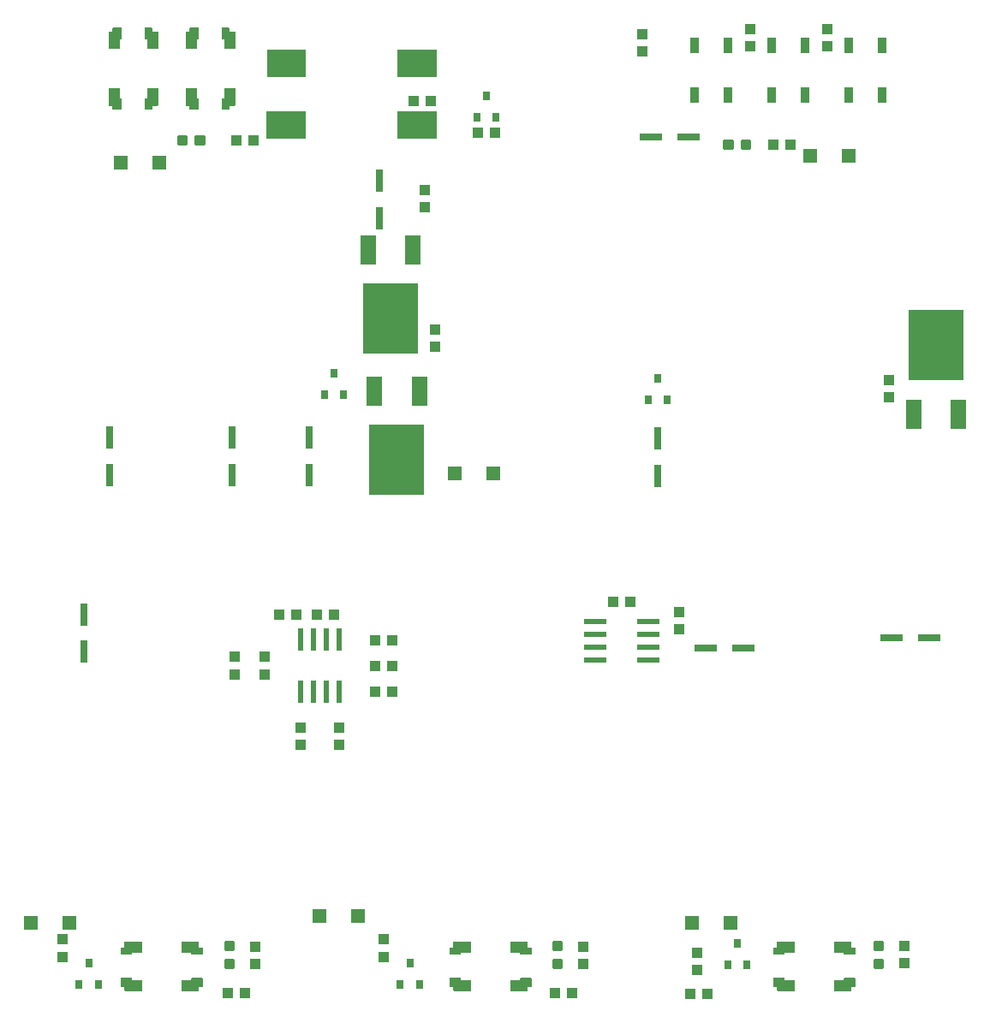
<source format=gbr>
G04 EAGLE Gerber RS-274X export*
G75*
%MOMM*%
%FSLAX34Y34*%
%LPD*%
%INSolderpaste Top*%
%IPPOS*%
%AMOC8*
5,1,8,0,0,1.08239X$1,22.5*%
G01*
%ADD10R,1.485900X2.799081*%
%ADD11R,2.400000X2.800000*%
%ADD12R,1.000000X1.100000*%
%ADD13R,0.650000X2.200000*%
%ADD14R,2.200000X0.650000*%
%ADD15R,1.400000X1.400000*%
%ADD16C,0.300000*%
%ADD17R,1.100000X1.000000*%
%ADD18R,0.900000X1.500000*%
%ADD19R,0.800000X0.900000*%
%ADD20R,2.209800X0.609600*%
%ADD21R,0.609600X2.209800*%
%ADD22R,0.700000X1.000000*%
%ADD23R,1.000000X0.700000*%
%ADD24R,5.451600X7.000000*%
%ADD25R,1.600200X2.997200*%

G36*
X201965Y952827D02*
X201965Y952827D01*
X202031Y952829D01*
X202074Y952847D01*
X202121Y952855D01*
X202178Y952889D01*
X202238Y952914D01*
X202273Y952945D01*
X202314Y952970D01*
X202356Y953021D01*
X202404Y953065D01*
X202426Y953107D01*
X202455Y953144D01*
X202476Y953206D01*
X202507Y953265D01*
X202515Y953319D01*
X202527Y953356D01*
X202526Y953396D01*
X202534Y953450D01*
X202534Y962816D01*
X203900Y962816D01*
X203965Y962827D01*
X204031Y962829D01*
X204074Y962847D01*
X204121Y962855D01*
X204178Y962889D01*
X204238Y962914D01*
X204273Y962945D01*
X204314Y962970D01*
X204356Y963021D01*
X204404Y963065D01*
X204426Y963107D01*
X204455Y963144D01*
X204476Y963206D01*
X204507Y963265D01*
X204515Y963319D01*
X204527Y963356D01*
X204526Y963396D01*
X204534Y963450D01*
X204534Y973450D01*
X204523Y973515D01*
X204521Y973581D01*
X204503Y973624D01*
X204495Y973671D01*
X204461Y973728D01*
X204436Y973788D01*
X204405Y973823D01*
X204380Y973864D01*
X204329Y973906D01*
X204285Y973954D01*
X204243Y973976D01*
X204206Y974005D01*
X204144Y974026D01*
X204085Y974057D01*
X204031Y974065D01*
X203994Y974077D01*
X203954Y974076D01*
X203900Y974084D01*
X195900Y974084D01*
X195835Y974073D01*
X195769Y974071D01*
X195726Y974053D01*
X195679Y974045D01*
X195622Y974011D01*
X195562Y973986D01*
X195527Y973955D01*
X195486Y973930D01*
X195445Y973879D01*
X195396Y973835D01*
X195374Y973793D01*
X195345Y973756D01*
X195324Y973694D01*
X195293Y973635D01*
X195285Y973581D01*
X195273Y973544D01*
X195274Y973504D01*
X195266Y973450D01*
X195266Y970084D01*
X191900Y970084D01*
X191835Y970073D01*
X191769Y970071D01*
X191726Y970053D01*
X191679Y970045D01*
X191622Y970011D01*
X191562Y969986D01*
X191527Y969955D01*
X191486Y969930D01*
X191445Y969879D01*
X191396Y969835D01*
X191374Y969793D01*
X191345Y969756D01*
X191324Y969694D01*
X191293Y969635D01*
X191285Y969581D01*
X191273Y969544D01*
X191274Y969504D01*
X191266Y969450D01*
X191266Y953450D01*
X191277Y953385D01*
X191279Y953319D01*
X191297Y953276D01*
X191305Y953229D01*
X191339Y953172D01*
X191364Y953112D01*
X191395Y953077D01*
X191420Y953036D01*
X191471Y952995D01*
X191515Y952946D01*
X191557Y952924D01*
X191594Y952895D01*
X191656Y952874D01*
X191715Y952843D01*
X191769Y952835D01*
X191806Y952823D01*
X191846Y952824D01*
X191900Y952816D01*
X201900Y952816D01*
X201965Y952827D01*
G37*
G36*
X125765Y952827D02*
X125765Y952827D01*
X125831Y952829D01*
X125874Y952847D01*
X125921Y952855D01*
X125978Y952889D01*
X126038Y952914D01*
X126073Y952945D01*
X126114Y952970D01*
X126156Y953021D01*
X126204Y953065D01*
X126226Y953107D01*
X126255Y953144D01*
X126276Y953206D01*
X126307Y953265D01*
X126315Y953319D01*
X126327Y953356D01*
X126326Y953396D01*
X126334Y953450D01*
X126334Y962816D01*
X127700Y962816D01*
X127765Y962827D01*
X127831Y962829D01*
X127874Y962847D01*
X127921Y962855D01*
X127978Y962889D01*
X128038Y962914D01*
X128073Y962945D01*
X128114Y962970D01*
X128156Y963021D01*
X128204Y963065D01*
X128226Y963107D01*
X128255Y963144D01*
X128276Y963206D01*
X128307Y963265D01*
X128315Y963319D01*
X128327Y963356D01*
X128326Y963396D01*
X128334Y963450D01*
X128334Y973450D01*
X128323Y973515D01*
X128321Y973581D01*
X128303Y973624D01*
X128295Y973671D01*
X128261Y973728D01*
X128236Y973788D01*
X128205Y973823D01*
X128180Y973864D01*
X128129Y973906D01*
X128085Y973954D01*
X128043Y973976D01*
X128006Y974005D01*
X127944Y974026D01*
X127885Y974057D01*
X127831Y974065D01*
X127794Y974077D01*
X127754Y974076D01*
X127700Y974084D01*
X119700Y974084D01*
X119635Y974073D01*
X119569Y974071D01*
X119526Y974053D01*
X119479Y974045D01*
X119422Y974011D01*
X119362Y973986D01*
X119327Y973955D01*
X119286Y973930D01*
X119245Y973879D01*
X119196Y973835D01*
X119174Y973793D01*
X119145Y973756D01*
X119124Y973694D01*
X119093Y973635D01*
X119085Y973581D01*
X119073Y973544D01*
X119074Y973504D01*
X119066Y973450D01*
X119066Y970084D01*
X115700Y970084D01*
X115635Y970073D01*
X115569Y970071D01*
X115526Y970053D01*
X115479Y970045D01*
X115422Y970011D01*
X115362Y969986D01*
X115327Y969955D01*
X115286Y969930D01*
X115245Y969879D01*
X115196Y969835D01*
X115174Y969793D01*
X115145Y969756D01*
X115124Y969694D01*
X115093Y969635D01*
X115085Y969581D01*
X115073Y969544D01*
X115074Y969504D01*
X115066Y969450D01*
X115066Y953450D01*
X115077Y953385D01*
X115079Y953319D01*
X115097Y953276D01*
X115105Y953229D01*
X115139Y953172D01*
X115164Y953112D01*
X115195Y953077D01*
X115220Y953036D01*
X115271Y952995D01*
X115315Y952946D01*
X115357Y952924D01*
X115394Y952895D01*
X115456Y952874D01*
X115515Y952843D01*
X115569Y952835D01*
X115606Y952823D01*
X115646Y952824D01*
X115700Y952816D01*
X125700Y952816D01*
X125765Y952827D01*
G37*
G36*
X203965Y892827D02*
X203965Y892827D01*
X204031Y892829D01*
X204074Y892847D01*
X204121Y892855D01*
X204178Y892889D01*
X204238Y892914D01*
X204273Y892945D01*
X204314Y892970D01*
X204356Y893021D01*
X204404Y893065D01*
X204426Y893107D01*
X204455Y893144D01*
X204476Y893206D01*
X204507Y893265D01*
X204515Y893319D01*
X204527Y893356D01*
X204526Y893396D01*
X204534Y893450D01*
X204534Y903450D01*
X204523Y903515D01*
X204521Y903581D01*
X204503Y903624D01*
X204495Y903671D01*
X204461Y903728D01*
X204436Y903788D01*
X204405Y903823D01*
X204380Y903864D01*
X204329Y903906D01*
X204285Y903954D01*
X204243Y903976D01*
X204206Y904005D01*
X204144Y904026D01*
X204085Y904057D01*
X204031Y904065D01*
X203994Y904077D01*
X203954Y904076D01*
X203900Y904084D01*
X202534Y904084D01*
X202534Y913450D01*
X202523Y913515D01*
X202521Y913581D01*
X202503Y913624D01*
X202495Y913671D01*
X202461Y913728D01*
X202436Y913788D01*
X202405Y913823D01*
X202380Y913864D01*
X202329Y913906D01*
X202285Y913954D01*
X202243Y913976D01*
X202206Y914005D01*
X202144Y914026D01*
X202085Y914057D01*
X202031Y914065D01*
X201994Y914077D01*
X201954Y914076D01*
X201900Y914084D01*
X191900Y914084D01*
X191835Y914073D01*
X191769Y914071D01*
X191726Y914053D01*
X191679Y914045D01*
X191622Y914011D01*
X191562Y913986D01*
X191527Y913955D01*
X191486Y913930D01*
X191445Y913879D01*
X191396Y913835D01*
X191374Y913793D01*
X191345Y913756D01*
X191324Y913694D01*
X191293Y913635D01*
X191285Y913581D01*
X191273Y913544D01*
X191274Y913504D01*
X191266Y913450D01*
X191266Y897450D01*
X191277Y897385D01*
X191279Y897319D01*
X191297Y897276D01*
X191305Y897229D01*
X191339Y897172D01*
X191364Y897112D01*
X191395Y897077D01*
X191420Y897036D01*
X191471Y896995D01*
X191515Y896946D01*
X191557Y896924D01*
X191594Y896895D01*
X191656Y896874D01*
X191715Y896843D01*
X191769Y896835D01*
X191806Y896823D01*
X191846Y896824D01*
X191900Y896816D01*
X195266Y896816D01*
X195266Y893450D01*
X195277Y893385D01*
X195279Y893319D01*
X195297Y893276D01*
X195305Y893229D01*
X195339Y893172D01*
X195364Y893112D01*
X195395Y893077D01*
X195420Y893036D01*
X195471Y892995D01*
X195515Y892946D01*
X195557Y892924D01*
X195594Y892895D01*
X195656Y892874D01*
X195715Y892843D01*
X195769Y892835D01*
X195806Y892823D01*
X195846Y892824D01*
X195900Y892816D01*
X203900Y892816D01*
X203965Y892827D01*
G37*
G36*
X127765Y892827D02*
X127765Y892827D01*
X127831Y892829D01*
X127874Y892847D01*
X127921Y892855D01*
X127978Y892889D01*
X128038Y892914D01*
X128073Y892945D01*
X128114Y892970D01*
X128156Y893021D01*
X128204Y893065D01*
X128226Y893107D01*
X128255Y893144D01*
X128276Y893206D01*
X128307Y893265D01*
X128315Y893319D01*
X128327Y893356D01*
X128326Y893396D01*
X128334Y893450D01*
X128334Y903450D01*
X128323Y903515D01*
X128321Y903581D01*
X128303Y903624D01*
X128295Y903671D01*
X128261Y903728D01*
X128236Y903788D01*
X128205Y903823D01*
X128180Y903864D01*
X128129Y903906D01*
X128085Y903954D01*
X128043Y903976D01*
X128006Y904005D01*
X127944Y904026D01*
X127885Y904057D01*
X127831Y904065D01*
X127794Y904077D01*
X127754Y904076D01*
X127700Y904084D01*
X126334Y904084D01*
X126334Y913450D01*
X126323Y913515D01*
X126321Y913581D01*
X126303Y913624D01*
X126295Y913671D01*
X126261Y913728D01*
X126236Y913788D01*
X126205Y913823D01*
X126180Y913864D01*
X126129Y913906D01*
X126085Y913954D01*
X126043Y913976D01*
X126006Y914005D01*
X125944Y914026D01*
X125885Y914057D01*
X125831Y914065D01*
X125794Y914077D01*
X125754Y914076D01*
X125700Y914084D01*
X115700Y914084D01*
X115635Y914073D01*
X115569Y914071D01*
X115526Y914053D01*
X115479Y914045D01*
X115422Y914011D01*
X115362Y913986D01*
X115327Y913955D01*
X115286Y913930D01*
X115245Y913879D01*
X115196Y913835D01*
X115174Y913793D01*
X115145Y913756D01*
X115124Y913694D01*
X115093Y913635D01*
X115085Y913581D01*
X115073Y913544D01*
X115074Y913504D01*
X115066Y913450D01*
X115066Y897450D01*
X115077Y897385D01*
X115079Y897319D01*
X115097Y897276D01*
X115105Y897229D01*
X115139Y897172D01*
X115164Y897112D01*
X115195Y897077D01*
X115220Y897036D01*
X115271Y896995D01*
X115315Y896946D01*
X115357Y896924D01*
X115394Y896895D01*
X115456Y896874D01*
X115515Y896843D01*
X115569Y896835D01*
X115606Y896823D01*
X115646Y896824D01*
X115700Y896816D01*
X119066Y896816D01*
X119066Y893450D01*
X119077Y893385D01*
X119079Y893319D01*
X119097Y893276D01*
X119105Y893229D01*
X119139Y893172D01*
X119164Y893112D01*
X119195Y893077D01*
X119220Y893036D01*
X119271Y892995D01*
X119315Y892946D01*
X119357Y892924D01*
X119394Y892895D01*
X119456Y892874D01*
X119515Y892843D01*
X119569Y892835D01*
X119606Y892823D01*
X119646Y892824D01*
X119700Y892816D01*
X127700Y892816D01*
X127765Y892827D01*
G37*
G36*
X472825Y21097D02*
X472825Y21097D01*
X472891Y21099D01*
X472934Y21117D01*
X472981Y21125D01*
X473038Y21159D01*
X473098Y21184D01*
X473133Y21215D01*
X473174Y21240D01*
X473216Y21291D01*
X473264Y21335D01*
X473286Y21377D01*
X473315Y21414D01*
X473336Y21476D01*
X473367Y21535D01*
X473375Y21589D01*
X473387Y21626D01*
X473386Y21666D01*
X473394Y21720D01*
X473394Y31720D01*
X473383Y31785D01*
X473381Y31851D01*
X473363Y31894D01*
X473355Y31941D01*
X473321Y31998D01*
X473296Y32058D01*
X473265Y32093D01*
X473240Y32134D01*
X473189Y32176D01*
X473145Y32224D01*
X473103Y32246D01*
X473066Y32275D01*
X473004Y32296D01*
X472945Y32327D01*
X472891Y32335D01*
X472854Y32347D01*
X472814Y32346D01*
X472760Y32354D01*
X463394Y32354D01*
X463394Y33720D01*
X463383Y33785D01*
X463381Y33851D01*
X463363Y33894D01*
X463355Y33941D01*
X463321Y33998D01*
X463296Y34058D01*
X463265Y34093D01*
X463240Y34134D01*
X463189Y34176D01*
X463145Y34224D01*
X463103Y34246D01*
X463066Y34275D01*
X463004Y34296D01*
X462945Y34327D01*
X462891Y34335D01*
X462854Y34347D01*
X462814Y34346D01*
X462760Y34354D01*
X452760Y34354D01*
X452695Y34343D01*
X452629Y34341D01*
X452586Y34323D01*
X452539Y34315D01*
X452482Y34281D01*
X452422Y34256D01*
X452387Y34225D01*
X452346Y34200D01*
X452305Y34149D01*
X452256Y34105D01*
X452234Y34063D01*
X452205Y34026D01*
X452184Y33964D01*
X452153Y33905D01*
X452145Y33851D01*
X452133Y33814D01*
X452134Y33774D01*
X452126Y33720D01*
X452126Y25720D01*
X452137Y25655D01*
X452139Y25589D01*
X452157Y25546D01*
X452165Y25499D01*
X452199Y25442D01*
X452224Y25382D01*
X452255Y25347D01*
X452280Y25306D01*
X452331Y25265D01*
X452375Y25216D01*
X452417Y25194D01*
X452454Y25165D01*
X452516Y25144D01*
X452575Y25113D01*
X452629Y25105D01*
X452666Y25093D01*
X452706Y25094D01*
X452760Y25086D01*
X456126Y25086D01*
X456126Y21720D01*
X456137Y21655D01*
X456139Y21589D01*
X456157Y21546D01*
X456165Y21499D01*
X456199Y21442D01*
X456224Y21382D01*
X456255Y21347D01*
X456280Y21306D01*
X456331Y21265D01*
X456375Y21216D01*
X456417Y21194D01*
X456454Y21165D01*
X456516Y21144D01*
X456575Y21113D01*
X456629Y21105D01*
X456666Y21093D01*
X456706Y21094D01*
X456760Y21086D01*
X472760Y21086D01*
X472825Y21097D01*
G37*
G36*
X203705Y21097D02*
X203705Y21097D01*
X203771Y21099D01*
X203814Y21117D01*
X203861Y21125D01*
X203918Y21159D01*
X203978Y21184D01*
X204013Y21215D01*
X204054Y21240D01*
X204096Y21291D01*
X204144Y21335D01*
X204166Y21377D01*
X204195Y21414D01*
X204216Y21476D01*
X204247Y21535D01*
X204255Y21589D01*
X204267Y21626D01*
X204266Y21666D01*
X204274Y21720D01*
X204274Y25086D01*
X207640Y25086D01*
X207705Y25097D01*
X207771Y25099D01*
X207814Y25117D01*
X207861Y25125D01*
X207918Y25159D01*
X207978Y25184D01*
X208013Y25215D01*
X208054Y25240D01*
X208096Y25291D01*
X208144Y25335D01*
X208166Y25377D01*
X208195Y25414D01*
X208216Y25476D01*
X208247Y25535D01*
X208255Y25589D01*
X208267Y25626D01*
X208266Y25666D01*
X208274Y25720D01*
X208274Y33720D01*
X208263Y33785D01*
X208261Y33851D01*
X208243Y33894D01*
X208235Y33941D01*
X208201Y33998D01*
X208176Y34058D01*
X208145Y34093D01*
X208120Y34134D01*
X208069Y34176D01*
X208025Y34224D01*
X207983Y34246D01*
X207946Y34275D01*
X207884Y34296D01*
X207825Y34327D01*
X207771Y34335D01*
X207734Y34347D01*
X207694Y34346D01*
X207640Y34354D01*
X197640Y34354D01*
X197575Y34343D01*
X197509Y34341D01*
X197466Y34323D01*
X197419Y34315D01*
X197362Y34281D01*
X197302Y34256D01*
X197267Y34225D01*
X197226Y34200D01*
X197185Y34149D01*
X197136Y34105D01*
X197114Y34063D01*
X197085Y34026D01*
X197064Y33964D01*
X197033Y33905D01*
X197025Y33851D01*
X197013Y33814D01*
X197014Y33774D01*
X197006Y33720D01*
X197006Y32354D01*
X187640Y32354D01*
X187575Y32343D01*
X187509Y32341D01*
X187466Y32323D01*
X187419Y32315D01*
X187362Y32281D01*
X187302Y32256D01*
X187267Y32225D01*
X187226Y32200D01*
X187185Y32149D01*
X187136Y32105D01*
X187114Y32063D01*
X187085Y32026D01*
X187064Y31964D01*
X187033Y31905D01*
X187025Y31851D01*
X187013Y31814D01*
X187014Y31774D01*
X187006Y31720D01*
X187006Y21720D01*
X187017Y21655D01*
X187019Y21589D01*
X187037Y21546D01*
X187045Y21499D01*
X187079Y21442D01*
X187104Y21382D01*
X187135Y21347D01*
X187160Y21306D01*
X187211Y21265D01*
X187255Y21216D01*
X187297Y21194D01*
X187334Y21165D01*
X187396Y21144D01*
X187455Y21113D01*
X187509Y21105D01*
X187546Y21093D01*
X187586Y21094D01*
X187640Y21086D01*
X203640Y21086D01*
X203705Y21097D01*
G37*
G36*
X528825Y21097D02*
X528825Y21097D01*
X528891Y21099D01*
X528934Y21117D01*
X528981Y21125D01*
X529038Y21159D01*
X529098Y21184D01*
X529133Y21215D01*
X529174Y21240D01*
X529216Y21291D01*
X529264Y21335D01*
X529286Y21377D01*
X529315Y21414D01*
X529336Y21476D01*
X529367Y21535D01*
X529375Y21589D01*
X529387Y21626D01*
X529386Y21666D01*
X529394Y21720D01*
X529394Y25086D01*
X532760Y25086D01*
X532825Y25097D01*
X532891Y25099D01*
X532934Y25117D01*
X532981Y25125D01*
X533038Y25159D01*
X533098Y25184D01*
X533133Y25215D01*
X533174Y25240D01*
X533216Y25291D01*
X533264Y25335D01*
X533286Y25377D01*
X533315Y25414D01*
X533336Y25476D01*
X533367Y25535D01*
X533375Y25589D01*
X533387Y25626D01*
X533386Y25666D01*
X533394Y25720D01*
X533394Y33720D01*
X533383Y33785D01*
X533381Y33851D01*
X533363Y33894D01*
X533355Y33941D01*
X533321Y33998D01*
X533296Y34058D01*
X533265Y34093D01*
X533240Y34134D01*
X533189Y34176D01*
X533145Y34224D01*
X533103Y34246D01*
X533066Y34275D01*
X533004Y34296D01*
X532945Y34327D01*
X532891Y34335D01*
X532854Y34347D01*
X532814Y34346D01*
X532760Y34354D01*
X522760Y34354D01*
X522695Y34343D01*
X522629Y34341D01*
X522586Y34323D01*
X522539Y34315D01*
X522482Y34281D01*
X522422Y34256D01*
X522387Y34225D01*
X522346Y34200D01*
X522305Y34149D01*
X522256Y34105D01*
X522234Y34063D01*
X522205Y34026D01*
X522184Y33964D01*
X522153Y33905D01*
X522145Y33851D01*
X522133Y33814D01*
X522134Y33774D01*
X522126Y33720D01*
X522126Y32354D01*
X512760Y32354D01*
X512695Y32343D01*
X512629Y32341D01*
X512586Y32323D01*
X512539Y32315D01*
X512482Y32281D01*
X512422Y32256D01*
X512387Y32225D01*
X512346Y32200D01*
X512305Y32149D01*
X512256Y32105D01*
X512234Y32063D01*
X512205Y32026D01*
X512184Y31964D01*
X512153Y31905D01*
X512145Y31851D01*
X512133Y31814D01*
X512134Y31774D01*
X512126Y31720D01*
X512126Y21720D01*
X512137Y21655D01*
X512139Y21589D01*
X512157Y21546D01*
X512165Y21499D01*
X512199Y21442D01*
X512224Y21382D01*
X512255Y21347D01*
X512280Y21306D01*
X512331Y21265D01*
X512375Y21216D01*
X512417Y21194D01*
X512454Y21165D01*
X512516Y21144D01*
X512575Y21113D01*
X512629Y21105D01*
X512666Y21093D01*
X512706Y21094D01*
X512760Y21086D01*
X528760Y21086D01*
X528825Y21097D01*
G37*
G36*
X792865Y21097D02*
X792865Y21097D01*
X792931Y21099D01*
X792974Y21117D01*
X793021Y21125D01*
X793078Y21159D01*
X793138Y21184D01*
X793173Y21215D01*
X793214Y21240D01*
X793256Y21291D01*
X793304Y21335D01*
X793326Y21377D01*
X793355Y21414D01*
X793376Y21476D01*
X793407Y21535D01*
X793415Y21589D01*
X793427Y21626D01*
X793426Y21666D01*
X793434Y21720D01*
X793434Y31720D01*
X793423Y31785D01*
X793421Y31851D01*
X793403Y31894D01*
X793395Y31941D01*
X793361Y31998D01*
X793336Y32058D01*
X793305Y32093D01*
X793280Y32134D01*
X793229Y32176D01*
X793185Y32224D01*
X793143Y32246D01*
X793106Y32275D01*
X793044Y32296D01*
X792985Y32327D01*
X792931Y32335D01*
X792894Y32347D01*
X792854Y32346D01*
X792800Y32354D01*
X783434Y32354D01*
X783434Y33720D01*
X783423Y33785D01*
X783421Y33851D01*
X783403Y33894D01*
X783395Y33941D01*
X783361Y33998D01*
X783336Y34058D01*
X783305Y34093D01*
X783280Y34134D01*
X783229Y34176D01*
X783185Y34224D01*
X783143Y34246D01*
X783106Y34275D01*
X783044Y34296D01*
X782985Y34327D01*
X782931Y34335D01*
X782894Y34347D01*
X782854Y34346D01*
X782800Y34354D01*
X772800Y34354D01*
X772735Y34343D01*
X772669Y34341D01*
X772626Y34323D01*
X772579Y34315D01*
X772522Y34281D01*
X772462Y34256D01*
X772427Y34225D01*
X772386Y34200D01*
X772345Y34149D01*
X772296Y34105D01*
X772274Y34063D01*
X772245Y34026D01*
X772224Y33964D01*
X772193Y33905D01*
X772185Y33851D01*
X772173Y33814D01*
X772174Y33774D01*
X772166Y33720D01*
X772166Y25720D01*
X772177Y25655D01*
X772179Y25589D01*
X772197Y25546D01*
X772205Y25499D01*
X772239Y25442D01*
X772264Y25382D01*
X772295Y25347D01*
X772320Y25306D01*
X772371Y25265D01*
X772415Y25216D01*
X772457Y25194D01*
X772494Y25165D01*
X772556Y25144D01*
X772615Y25113D01*
X772669Y25105D01*
X772706Y25093D01*
X772746Y25094D01*
X772800Y25086D01*
X776166Y25086D01*
X776166Y21720D01*
X776177Y21655D01*
X776179Y21589D01*
X776197Y21546D01*
X776205Y21499D01*
X776239Y21442D01*
X776264Y21382D01*
X776295Y21347D01*
X776320Y21306D01*
X776371Y21265D01*
X776415Y21216D01*
X776457Y21194D01*
X776494Y21165D01*
X776556Y21144D01*
X776615Y21113D01*
X776669Y21105D01*
X776706Y21093D01*
X776746Y21094D01*
X776800Y21086D01*
X792800Y21086D01*
X792865Y21097D01*
G37*
G36*
X848865Y21097D02*
X848865Y21097D01*
X848931Y21099D01*
X848974Y21117D01*
X849021Y21125D01*
X849078Y21159D01*
X849138Y21184D01*
X849173Y21215D01*
X849214Y21240D01*
X849256Y21291D01*
X849304Y21335D01*
X849326Y21377D01*
X849355Y21414D01*
X849376Y21476D01*
X849407Y21535D01*
X849415Y21589D01*
X849427Y21626D01*
X849426Y21666D01*
X849434Y21720D01*
X849434Y25086D01*
X852800Y25086D01*
X852865Y25097D01*
X852931Y25099D01*
X852974Y25117D01*
X853021Y25125D01*
X853078Y25159D01*
X853138Y25184D01*
X853173Y25215D01*
X853214Y25240D01*
X853256Y25291D01*
X853304Y25335D01*
X853326Y25377D01*
X853355Y25414D01*
X853376Y25476D01*
X853407Y25535D01*
X853415Y25589D01*
X853427Y25626D01*
X853426Y25666D01*
X853434Y25720D01*
X853434Y33720D01*
X853423Y33785D01*
X853421Y33851D01*
X853403Y33894D01*
X853395Y33941D01*
X853361Y33998D01*
X853336Y34058D01*
X853305Y34093D01*
X853280Y34134D01*
X853229Y34176D01*
X853185Y34224D01*
X853143Y34246D01*
X853106Y34275D01*
X853044Y34296D01*
X852985Y34327D01*
X852931Y34335D01*
X852894Y34347D01*
X852854Y34346D01*
X852800Y34354D01*
X842800Y34354D01*
X842735Y34343D01*
X842669Y34341D01*
X842626Y34323D01*
X842579Y34315D01*
X842522Y34281D01*
X842462Y34256D01*
X842427Y34225D01*
X842386Y34200D01*
X842345Y34149D01*
X842296Y34105D01*
X842274Y34063D01*
X842245Y34026D01*
X842224Y33964D01*
X842193Y33905D01*
X842185Y33851D01*
X842173Y33814D01*
X842174Y33774D01*
X842166Y33720D01*
X842166Y32354D01*
X832800Y32354D01*
X832735Y32343D01*
X832669Y32341D01*
X832626Y32323D01*
X832579Y32315D01*
X832522Y32281D01*
X832462Y32256D01*
X832427Y32225D01*
X832386Y32200D01*
X832345Y32149D01*
X832296Y32105D01*
X832274Y32063D01*
X832245Y32026D01*
X832224Y31964D01*
X832193Y31905D01*
X832185Y31851D01*
X832173Y31814D01*
X832174Y31774D01*
X832166Y31720D01*
X832166Y21720D01*
X832177Y21655D01*
X832179Y21589D01*
X832197Y21546D01*
X832205Y21499D01*
X832239Y21442D01*
X832264Y21382D01*
X832295Y21347D01*
X832320Y21306D01*
X832371Y21265D01*
X832415Y21216D01*
X832457Y21194D01*
X832494Y21165D01*
X832556Y21144D01*
X832615Y21113D01*
X832669Y21105D01*
X832706Y21093D01*
X832746Y21094D01*
X832800Y21086D01*
X848800Y21086D01*
X848865Y21097D01*
G37*
G36*
X147705Y21097D02*
X147705Y21097D01*
X147771Y21099D01*
X147814Y21117D01*
X147861Y21125D01*
X147918Y21159D01*
X147978Y21184D01*
X148013Y21215D01*
X148054Y21240D01*
X148096Y21291D01*
X148144Y21335D01*
X148166Y21377D01*
X148195Y21414D01*
X148216Y21476D01*
X148247Y21535D01*
X148255Y21589D01*
X148267Y21626D01*
X148266Y21666D01*
X148274Y21720D01*
X148274Y31720D01*
X148263Y31785D01*
X148261Y31851D01*
X148243Y31894D01*
X148235Y31941D01*
X148201Y31998D01*
X148176Y32058D01*
X148145Y32093D01*
X148120Y32134D01*
X148069Y32176D01*
X148025Y32224D01*
X147983Y32246D01*
X147946Y32275D01*
X147884Y32296D01*
X147825Y32327D01*
X147771Y32335D01*
X147734Y32347D01*
X147694Y32346D01*
X147640Y32354D01*
X138274Y32354D01*
X138274Y33720D01*
X138263Y33785D01*
X138261Y33851D01*
X138243Y33894D01*
X138235Y33941D01*
X138201Y33998D01*
X138176Y34058D01*
X138145Y34093D01*
X138120Y34134D01*
X138069Y34176D01*
X138025Y34224D01*
X137983Y34246D01*
X137946Y34275D01*
X137884Y34296D01*
X137825Y34327D01*
X137771Y34335D01*
X137734Y34347D01*
X137694Y34346D01*
X137640Y34354D01*
X127640Y34354D01*
X127575Y34343D01*
X127509Y34341D01*
X127466Y34323D01*
X127419Y34315D01*
X127362Y34281D01*
X127302Y34256D01*
X127267Y34225D01*
X127226Y34200D01*
X127185Y34149D01*
X127136Y34105D01*
X127114Y34063D01*
X127085Y34026D01*
X127064Y33964D01*
X127033Y33905D01*
X127025Y33851D01*
X127013Y33814D01*
X127014Y33774D01*
X127006Y33720D01*
X127006Y25720D01*
X127017Y25655D01*
X127019Y25589D01*
X127037Y25546D01*
X127045Y25499D01*
X127079Y25442D01*
X127104Y25382D01*
X127135Y25347D01*
X127160Y25306D01*
X127211Y25265D01*
X127255Y25216D01*
X127297Y25194D01*
X127334Y25165D01*
X127396Y25144D01*
X127455Y25113D01*
X127509Y25105D01*
X127546Y25093D01*
X127586Y25094D01*
X127640Y25086D01*
X131006Y25086D01*
X131006Y21720D01*
X131017Y21655D01*
X131019Y21589D01*
X131037Y21546D01*
X131045Y21499D01*
X131079Y21442D01*
X131104Y21382D01*
X131135Y21347D01*
X131160Y21306D01*
X131211Y21265D01*
X131255Y21216D01*
X131297Y21194D01*
X131334Y21165D01*
X131396Y21144D01*
X131455Y21113D01*
X131509Y21105D01*
X131546Y21093D01*
X131586Y21094D01*
X131640Y21086D01*
X147640Y21086D01*
X147705Y21097D01*
G37*
G36*
X163765Y952827D02*
X163765Y952827D01*
X163831Y952829D01*
X163874Y952847D01*
X163921Y952855D01*
X163978Y952889D01*
X164038Y952914D01*
X164073Y952945D01*
X164114Y952970D01*
X164156Y953021D01*
X164204Y953065D01*
X164226Y953107D01*
X164255Y953144D01*
X164276Y953206D01*
X164307Y953265D01*
X164315Y953319D01*
X164327Y953356D01*
X164326Y953396D01*
X164334Y953450D01*
X164334Y969450D01*
X164323Y969515D01*
X164321Y969581D01*
X164303Y969624D01*
X164295Y969671D01*
X164261Y969728D01*
X164236Y969788D01*
X164205Y969823D01*
X164180Y969864D01*
X164129Y969906D01*
X164085Y969954D01*
X164043Y969976D01*
X164006Y970005D01*
X163944Y970026D01*
X163885Y970057D01*
X163831Y970065D01*
X163794Y970077D01*
X163754Y970076D01*
X163700Y970084D01*
X158334Y970084D01*
X158334Y973450D01*
X158323Y973515D01*
X158321Y973581D01*
X158303Y973624D01*
X158295Y973671D01*
X158261Y973728D01*
X158236Y973788D01*
X158205Y973823D01*
X158180Y973864D01*
X158129Y973906D01*
X158085Y973954D01*
X158043Y973976D01*
X158006Y974005D01*
X157944Y974026D01*
X157885Y974057D01*
X157831Y974065D01*
X157794Y974077D01*
X157754Y974076D01*
X157700Y974084D01*
X151700Y974084D01*
X151635Y974073D01*
X151569Y974071D01*
X151526Y974053D01*
X151479Y974045D01*
X151422Y974011D01*
X151362Y973986D01*
X151327Y973955D01*
X151286Y973930D01*
X151245Y973879D01*
X151196Y973835D01*
X151174Y973793D01*
X151145Y973756D01*
X151124Y973694D01*
X151093Y973635D01*
X151085Y973581D01*
X151073Y973544D01*
X151074Y973504D01*
X151066Y973450D01*
X151066Y963450D01*
X151077Y963385D01*
X151079Y963319D01*
X151097Y963276D01*
X151105Y963229D01*
X151139Y963172D01*
X151164Y963112D01*
X151195Y963077D01*
X151220Y963036D01*
X151271Y962995D01*
X151315Y962946D01*
X151357Y962924D01*
X151394Y962895D01*
X151456Y962874D01*
X151515Y962843D01*
X151569Y962835D01*
X151606Y962823D01*
X151646Y962824D01*
X151700Y962816D01*
X153066Y962816D01*
X153066Y953450D01*
X153077Y953385D01*
X153079Y953319D01*
X153097Y953276D01*
X153105Y953229D01*
X153139Y953172D01*
X153164Y953112D01*
X153195Y953077D01*
X153220Y953036D01*
X153271Y952995D01*
X153315Y952946D01*
X153357Y952924D01*
X153394Y952895D01*
X153456Y952874D01*
X153515Y952843D01*
X153569Y952835D01*
X153606Y952823D01*
X153646Y952824D01*
X153700Y952816D01*
X163700Y952816D01*
X163765Y952827D01*
G37*
G36*
X239965Y952827D02*
X239965Y952827D01*
X240031Y952829D01*
X240074Y952847D01*
X240121Y952855D01*
X240178Y952889D01*
X240238Y952914D01*
X240273Y952945D01*
X240314Y952970D01*
X240356Y953021D01*
X240404Y953065D01*
X240426Y953107D01*
X240455Y953144D01*
X240476Y953206D01*
X240507Y953265D01*
X240515Y953319D01*
X240527Y953356D01*
X240526Y953396D01*
X240534Y953450D01*
X240534Y969450D01*
X240523Y969515D01*
X240521Y969581D01*
X240503Y969624D01*
X240495Y969671D01*
X240461Y969728D01*
X240436Y969788D01*
X240405Y969823D01*
X240380Y969864D01*
X240329Y969906D01*
X240285Y969954D01*
X240243Y969976D01*
X240206Y970005D01*
X240144Y970026D01*
X240085Y970057D01*
X240031Y970065D01*
X239994Y970077D01*
X239954Y970076D01*
X239900Y970084D01*
X234534Y970084D01*
X234534Y973450D01*
X234523Y973515D01*
X234521Y973581D01*
X234503Y973624D01*
X234495Y973671D01*
X234461Y973728D01*
X234436Y973788D01*
X234405Y973823D01*
X234380Y973864D01*
X234329Y973906D01*
X234285Y973954D01*
X234243Y973976D01*
X234206Y974005D01*
X234144Y974026D01*
X234085Y974057D01*
X234031Y974065D01*
X233994Y974077D01*
X233954Y974076D01*
X233900Y974084D01*
X227900Y974084D01*
X227835Y974073D01*
X227769Y974071D01*
X227726Y974053D01*
X227679Y974045D01*
X227622Y974011D01*
X227562Y973986D01*
X227527Y973955D01*
X227486Y973930D01*
X227445Y973879D01*
X227396Y973835D01*
X227374Y973793D01*
X227345Y973756D01*
X227324Y973694D01*
X227293Y973635D01*
X227285Y973581D01*
X227273Y973544D01*
X227274Y973504D01*
X227266Y973450D01*
X227266Y963450D01*
X227277Y963385D01*
X227279Y963319D01*
X227297Y963276D01*
X227305Y963229D01*
X227339Y963172D01*
X227364Y963112D01*
X227395Y963077D01*
X227420Y963036D01*
X227471Y962995D01*
X227515Y962946D01*
X227557Y962924D01*
X227594Y962895D01*
X227656Y962874D01*
X227715Y962843D01*
X227769Y962835D01*
X227806Y962823D01*
X227846Y962824D01*
X227900Y962816D01*
X229266Y962816D01*
X229266Y953450D01*
X229277Y953385D01*
X229279Y953319D01*
X229297Y953276D01*
X229305Y953229D01*
X229339Y953172D01*
X229364Y953112D01*
X229395Y953077D01*
X229420Y953036D01*
X229471Y952995D01*
X229515Y952946D01*
X229557Y952924D01*
X229594Y952895D01*
X229656Y952874D01*
X229715Y952843D01*
X229769Y952835D01*
X229806Y952823D01*
X229846Y952824D01*
X229900Y952816D01*
X239900Y952816D01*
X239965Y952827D01*
G37*
G36*
X233965Y892827D02*
X233965Y892827D01*
X234031Y892829D01*
X234074Y892847D01*
X234121Y892855D01*
X234178Y892889D01*
X234238Y892914D01*
X234273Y892945D01*
X234314Y892970D01*
X234356Y893021D01*
X234404Y893065D01*
X234426Y893107D01*
X234455Y893144D01*
X234476Y893206D01*
X234507Y893265D01*
X234515Y893319D01*
X234527Y893356D01*
X234526Y893396D01*
X234534Y893450D01*
X234534Y896816D01*
X239900Y896816D01*
X239965Y896827D01*
X240031Y896829D01*
X240074Y896847D01*
X240121Y896855D01*
X240178Y896889D01*
X240238Y896914D01*
X240273Y896945D01*
X240314Y896970D01*
X240356Y897021D01*
X240404Y897065D01*
X240426Y897107D01*
X240455Y897144D01*
X240476Y897206D01*
X240507Y897265D01*
X240515Y897319D01*
X240527Y897356D01*
X240526Y897396D01*
X240534Y897450D01*
X240534Y913450D01*
X240523Y913515D01*
X240521Y913581D01*
X240503Y913624D01*
X240495Y913671D01*
X240461Y913728D01*
X240436Y913788D01*
X240405Y913823D01*
X240380Y913864D01*
X240329Y913906D01*
X240285Y913954D01*
X240243Y913976D01*
X240206Y914005D01*
X240144Y914026D01*
X240085Y914057D01*
X240031Y914065D01*
X239994Y914077D01*
X239954Y914076D01*
X239900Y914084D01*
X229900Y914084D01*
X229835Y914073D01*
X229769Y914071D01*
X229726Y914053D01*
X229679Y914045D01*
X229622Y914011D01*
X229562Y913986D01*
X229527Y913955D01*
X229486Y913930D01*
X229445Y913879D01*
X229396Y913835D01*
X229374Y913793D01*
X229345Y913756D01*
X229324Y913694D01*
X229293Y913635D01*
X229285Y913581D01*
X229273Y913544D01*
X229274Y913504D01*
X229266Y913450D01*
X229266Y904084D01*
X227900Y904084D01*
X227835Y904073D01*
X227769Y904071D01*
X227726Y904053D01*
X227679Y904045D01*
X227622Y904011D01*
X227562Y903986D01*
X227527Y903955D01*
X227486Y903930D01*
X227445Y903879D01*
X227396Y903835D01*
X227374Y903793D01*
X227345Y903756D01*
X227324Y903694D01*
X227293Y903635D01*
X227285Y903581D01*
X227273Y903544D01*
X227274Y903504D01*
X227266Y903450D01*
X227266Y893450D01*
X227277Y893385D01*
X227279Y893319D01*
X227297Y893276D01*
X227305Y893229D01*
X227339Y893172D01*
X227364Y893112D01*
X227395Y893077D01*
X227420Y893036D01*
X227471Y892995D01*
X227515Y892946D01*
X227557Y892924D01*
X227594Y892895D01*
X227656Y892874D01*
X227715Y892843D01*
X227769Y892835D01*
X227806Y892823D01*
X227846Y892824D01*
X227900Y892816D01*
X233900Y892816D01*
X233965Y892827D01*
G37*
G36*
X157765Y892827D02*
X157765Y892827D01*
X157831Y892829D01*
X157874Y892847D01*
X157921Y892855D01*
X157978Y892889D01*
X158038Y892914D01*
X158073Y892945D01*
X158114Y892970D01*
X158156Y893021D01*
X158204Y893065D01*
X158226Y893107D01*
X158255Y893144D01*
X158276Y893206D01*
X158307Y893265D01*
X158315Y893319D01*
X158327Y893356D01*
X158326Y893396D01*
X158334Y893450D01*
X158334Y896816D01*
X163700Y896816D01*
X163765Y896827D01*
X163831Y896829D01*
X163874Y896847D01*
X163921Y896855D01*
X163978Y896889D01*
X164038Y896914D01*
X164073Y896945D01*
X164114Y896970D01*
X164156Y897021D01*
X164204Y897065D01*
X164226Y897107D01*
X164255Y897144D01*
X164276Y897206D01*
X164307Y897265D01*
X164315Y897319D01*
X164327Y897356D01*
X164326Y897396D01*
X164334Y897450D01*
X164334Y913450D01*
X164323Y913515D01*
X164321Y913581D01*
X164303Y913624D01*
X164295Y913671D01*
X164261Y913728D01*
X164236Y913788D01*
X164205Y913823D01*
X164180Y913864D01*
X164129Y913906D01*
X164085Y913954D01*
X164043Y913976D01*
X164006Y914005D01*
X163944Y914026D01*
X163885Y914057D01*
X163831Y914065D01*
X163794Y914077D01*
X163754Y914076D01*
X163700Y914084D01*
X153700Y914084D01*
X153635Y914073D01*
X153569Y914071D01*
X153526Y914053D01*
X153479Y914045D01*
X153422Y914011D01*
X153362Y913986D01*
X153327Y913955D01*
X153286Y913930D01*
X153245Y913879D01*
X153196Y913835D01*
X153174Y913793D01*
X153145Y913756D01*
X153124Y913694D01*
X153093Y913635D01*
X153085Y913581D01*
X153073Y913544D01*
X153074Y913504D01*
X153066Y913450D01*
X153066Y904084D01*
X151700Y904084D01*
X151635Y904073D01*
X151569Y904071D01*
X151526Y904053D01*
X151479Y904045D01*
X151422Y904011D01*
X151362Y903986D01*
X151327Y903955D01*
X151286Y903930D01*
X151245Y903879D01*
X151196Y903835D01*
X151174Y903793D01*
X151145Y903756D01*
X151124Y903694D01*
X151093Y903635D01*
X151085Y903581D01*
X151073Y903544D01*
X151074Y903504D01*
X151066Y903450D01*
X151066Y893450D01*
X151077Y893385D01*
X151079Y893319D01*
X151097Y893276D01*
X151105Y893229D01*
X151139Y893172D01*
X151164Y893112D01*
X151195Y893077D01*
X151220Y893036D01*
X151271Y892995D01*
X151315Y892946D01*
X151357Y892924D01*
X151394Y892895D01*
X151456Y892874D01*
X151515Y892843D01*
X151569Y892835D01*
X151606Y892823D01*
X151646Y892824D01*
X151700Y892816D01*
X157700Y892816D01*
X157765Y892827D01*
G37*
G36*
X137705Y57097D02*
X137705Y57097D01*
X137771Y57099D01*
X137814Y57117D01*
X137861Y57125D01*
X137918Y57159D01*
X137978Y57184D01*
X138013Y57215D01*
X138054Y57240D01*
X138096Y57291D01*
X138144Y57335D01*
X138166Y57377D01*
X138195Y57414D01*
X138216Y57476D01*
X138247Y57535D01*
X138255Y57589D01*
X138267Y57626D01*
X138266Y57666D01*
X138274Y57720D01*
X138274Y59086D01*
X147640Y59086D01*
X147705Y59097D01*
X147771Y59099D01*
X147814Y59117D01*
X147861Y59125D01*
X147918Y59159D01*
X147978Y59184D01*
X148013Y59215D01*
X148054Y59240D01*
X148096Y59291D01*
X148144Y59335D01*
X148166Y59377D01*
X148195Y59414D01*
X148216Y59476D01*
X148247Y59535D01*
X148255Y59589D01*
X148267Y59626D01*
X148266Y59666D01*
X148274Y59720D01*
X148274Y69720D01*
X148263Y69785D01*
X148261Y69851D01*
X148243Y69894D01*
X148235Y69941D01*
X148201Y69998D01*
X148176Y70058D01*
X148145Y70093D01*
X148120Y70134D01*
X148069Y70176D01*
X148025Y70224D01*
X147983Y70246D01*
X147946Y70275D01*
X147884Y70296D01*
X147825Y70327D01*
X147771Y70335D01*
X147734Y70347D01*
X147694Y70346D01*
X147640Y70354D01*
X131640Y70354D01*
X131575Y70343D01*
X131509Y70341D01*
X131466Y70323D01*
X131419Y70315D01*
X131362Y70281D01*
X131302Y70256D01*
X131267Y70225D01*
X131226Y70200D01*
X131185Y70149D01*
X131136Y70105D01*
X131114Y70063D01*
X131085Y70026D01*
X131064Y69964D01*
X131033Y69905D01*
X131025Y69851D01*
X131013Y69814D01*
X131014Y69774D01*
X131006Y69720D01*
X131006Y64354D01*
X127640Y64354D01*
X127575Y64343D01*
X127509Y64341D01*
X127466Y64323D01*
X127419Y64315D01*
X127362Y64281D01*
X127302Y64256D01*
X127267Y64225D01*
X127226Y64200D01*
X127185Y64149D01*
X127136Y64105D01*
X127114Y64063D01*
X127085Y64026D01*
X127064Y63964D01*
X127033Y63905D01*
X127025Y63851D01*
X127013Y63814D01*
X127014Y63774D01*
X127006Y63720D01*
X127006Y57720D01*
X127017Y57655D01*
X127019Y57589D01*
X127037Y57546D01*
X127045Y57499D01*
X127079Y57442D01*
X127104Y57382D01*
X127135Y57347D01*
X127160Y57306D01*
X127211Y57265D01*
X127255Y57216D01*
X127297Y57194D01*
X127334Y57165D01*
X127396Y57144D01*
X127455Y57113D01*
X127509Y57105D01*
X127546Y57093D01*
X127586Y57094D01*
X127640Y57086D01*
X137640Y57086D01*
X137705Y57097D01*
G37*
G36*
X462825Y57097D02*
X462825Y57097D01*
X462891Y57099D01*
X462934Y57117D01*
X462981Y57125D01*
X463038Y57159D01*
X463098Y57184D01*
X463133Y57215D01*
X463174Y57240D01*
X463216Y57291D01*
X463264Y57335D01*
X463286Y57377D01*
X463315Y57414D01*
X463336Y57476D01*
X463367Y57535D01*
X463375Y57589D01*
X463387Y57626D01*
X463386Y57666D01*
X463394Y57720D01*
X463394Y59086D01*
X472760Y59086D01*
X472825Y59097D01*
X472891Y59099D01*
X472934Y59117D01*
X472981Y59125D01*
X473038Y59159D01*
X473098Y59184D01*
X473133Y59215D01*
X473174Y59240D01*
X473216Y59291D01*
X473264Y59335D01*
X473286Y59377D01*
X473315Y59414D01*
X473336Y59476D01*
X473367Y59535D01*
X473375Y59589D01*
X473387Y59626D01*
X473386Y59666D01*
X473394Y59720D01*
X473394Y69720D01*
X473383Y69785D01*
X473381Y69851D01*
X473363Y69894D01*
X473355Y69941D01*
X473321Y69998D01*
X473296Y70058D01*
X473265Y70093D01*
X473240Y70134D01*
X473189Y70176D01*
X473145Y70224D01*
X473103Y70246D01*
X473066Y70275D01*
X473004Y70296D01*
X472945Y70327D01*
X472891Y70335D01*
X472854Y70347D01*
X472814Y70346D01*
X472760Y70354D01*
X456760Y70354D01*
X456695Y70343D01*
X456629Y70341D01*
X456586Y70323D01*
X456539Y70315D01*
X456482Y70281D01*
X456422Y70256D01*
X456387Y70225D01*
X456346Y70200D01*
X456305Y70149D01*
X456256Y70105D01*
X456234Y70063D01*
X456205Y70026D01*
X456184Y69964D01*
X456153Y69905D01*
X456145Y69851D01*
X456133Y69814D01*
X456134Y69774D01*
X456126Y69720D01*
X456126Y64354D01*
X452760Y64354D01*
X452695Y64343D01*
X452629Y64341D01*
X452586Y64323D01*
X452539Y64315D01*
X452482Y64281D01*
X452422Y64256D01*
X452387Y64225D01*
X452346Y64200D01*
X452305Y64149D01*
X452256Y64105D01*
X452234Y64063D01*
X452205Y64026D01*
X452184Y63964D01*
X452153Y63905D01*
X452145Y63851D01*
X452133Y63814D01*
X452134Y63774D01*
X452126Y63720D01*
X452126Y57720D01*
X452137Y57655D01*
X452139Y57589D01*
X452157Y57546D01*
X452165Y57499D01*
X452199Y57442D01*
X452224Y57382D01*
X452255Y57347D01*
X452280Y57306D01*
X452331Y57265D01*
X452375Y57216D01*
X452417Y57194D01*
X452454Y57165D01*
X452516Y57144D01*
X452575Y57113D01*
X452629Y57105D01*
X452666Y57093D01*
X452706Y57094D01*
X452760Y57086D01*
X462760Y57086D01*
X462825Y57097D01*
G37*
G36*
X782865Y57097D02*
X782865Y57097D01*
X782931Y57099D01*
X782974Y57117D01*
X783021Y57125D01*
X783078Y57159D01*
X783138Y57184D01*
X783173Y57215D01*
X783214Y57240D01*
X783256Y57291D01*
X783304Y57335D01*
X783326Y57377D01*
X783355Y57414D01*
X783376Y57476D01*
X783407Y57535D01*
X783415Y57589D01*
X783427Y57626D01*
X783426Y57666D01*
X783434Y57720D01*
X783434Y59086D01*
X792800Y59086D01*
X792865Y59097D01*
X792931Y59099D01*
X792974Y59117D01*
X793021Y59125D01*
X793078Y59159D01*
X793138Y59184D01*
X793173Y59215D01*
X793214Y59240D01*
X793256Y59291D01*
X793304Y59335D01*
X793326Y59377D01*
X793355Y59414D01*
X793376Y59476D01*
X793407Y59535D01*
X793415Y59589D01*
X793427Y59626D01*
X793426Y59666D01*
X793434Y59720D01*
X793434Y69720D01*
X793423Y69785D01*
X793421Y69851D01*
X793403Y69894D01*
X793395Y69941D01*
X793361Y69998D01*
X793336Y70058D01*
X793305Y70093D01*
X793280Y70134D01*
X793229Y70176D01*
X793185Y70224D01*
X793143Y70246D01*
X793106Y70275D01*
X793044Y70296D01*
X792985Y70327D01*
X792931Y70335D01*
X792894Y70347D01*
X792854Y70346D01*
X792800Y70354D01*
X776800Y70354D01*
X776735Y70343D01*
X776669Y70341D01*
X776626Y70323D01*
X776579Y70315D01*
X776522Y70281D01*
X776462Y70256D01*
X776427Y70225D01*
X776386Y70200D01*
X776345Y70149D01*
X776296Y70105D01*
X776274Y70063D01*
X776245Y70026D01*
X776224Y69964D01*
X776193Y69905D01*
X776185Y69851D01*
X776173Y69814D01*
X776174Y69774D01*
X776166Y69720D01*
X776166Y64354D01*
X772800Y64354D01*
X772735Y64343D01*
X772669Y64341D01*
X772626Y64323D01*
X772579Y64315D01*
X772522Y64281D01*
X772462Y64256D01*
X772427Y64225D01*
X772386Y64200D01*
X772345Y64149D01*
X772296Y64105D01*
X772274Y64063D01*
X772245Y64026D01*
X772224Y63964D01*
X772193Y63905D01*
X772185Y63851D01*
X772173Y63814D01*
X772174Y63774D01*
X772166Y63720D01*
X772166Y57720D01*
X772177Y57655D01*
X772179Y57589D01*
X772197Y57546D01*
X772205Y57499D01*
X772239Y57442D01*
X772264Y57382D01*
X772295Y57347D01*
X772320Y57306D01*
X772371Y57265D01*
X772415Y57216D01*
X772457Y57194D01*
X772494Y57165D01*
X772556Y57144D01*
X772615Y57113D01*
X772669Y57105D01*
X772706Y57093D01*
X772746Y57094D01*
X772800Y57086D01*
X782800Y57086D01*
X782865Y57097D01*
G37*
G36*
X852865Y57097D02*
X852865Y57097D01*
X852931Y57099D01*
X852974Y57117D01*
X853021Y57125D01*
X853078Y57159D01*
X853138Y57184D01*
X853173Y57215D01*
X853214Y57240D01*
X853256Y57291D01*
X853304Y57335D01*
X853326Y57377D01*
X853355Y57414D01*
X853376Y57476D01*
X853407Y57535D01*
X853415Y57589D01*
X853427Y57626D01*
X853426Y57666D01*
X853434Y57720D01*
X853434Y63720D01*
X853423Y63785D01*
X853421Y63851D01*
X853403Y63894D01*
X853395Y63941D01*
X853361Y63998D01*
X853336Y64058D01*
X853305Y64093D01*
X853280Y64134D01*
X853229Y64176D01*
X853185Y64224D01*
X853143Y64246D01*
X853106Y64275D01*
X853044Y64296D01*
X852985Y64327D01*
X852931Y64335D01*
X852894Y64347D01*
X852854Y64346D01*
X852800Y64354D01*
X849434Y64354D01*
X849434Y69720D01*
X849423Y69785D01*
X849421Y69851D01*
X849403Y69894D01*
X849395Y69941D01*
X849361Y69998D01*
X849336Y70058D01*
X849305Y70093D01*
X849280Y70134D01*
X849229Y70176D01*
X849185Y70224D01*
X849143Y70246D01*
X849106Y70275D01*
X849044Y70296D01*
X848985Y70327D01*
X848931Y70335D01*
X848894Y70347D01*
X848854Y70346D01*
X848800Y70354D01*
X832800Y70354D01*
X832735Y70343D01*
X832669Y70341D01*
X832626Y70323D01*
X832579Y70315D01*
X832522Y70281D01*
X832462Y70256D01*
X832427Y70225D01*
X832386Y70200D01*
X832345Y70149D01*
X832296Y70105D01*
X832274Y70063D01*
X832245Y70026D01*
X832224Y69964D01*
X832193Y69905D01*
X832185Y69851D01*
X832173Y69814D01*
X832174Y69774D01*
X832166Y69720D01*
X832166Y59720D01*
X832177Y59655D01*
X832179Y59589D01*
X832197Y59546D01*
X832205Y59499D01*
X832239Y59442D01*
X832264Y59382D01*
X832295Y59347D01*
X832320Y59306D01*
X832371Y59265D01*
X832415Y59216D01*
X832457Y59194D01*
X832494Y59165D01*
X832556Y59144D01*
X832615Y59113D01*
X832669Y59105D01*
X832706Y59093D01*
X832746Y59094D01*
X832800Y59086D01*
X842166Y59086D01*
X842166Y57720D01*
X842177Y57655D01*
X842179Y57589D01*
X842197Y57546D01*
X842205Y57499D01*
X842239Y57442D01*
X842264Y57382D01*
X842295Y57347D01*
X842320Y57306D01*
X842371Y57265D01*
X842415Y57216D01*
X842457Y57194D01*
X842494Y57165D01*
X842556Y57144D01*
X842615Y57113D01*
X842669Y57105D01*
X842706Y57093D01*
X842746Y57094D01*
X842800Y57086D01*
X852800Y57086D01*
X852865Y57097D01*
G37*
G36*
X532825Y57097D02*
X532825Y57097D01*
X532891Y57099D01*
X532934Y57117D01*
X532981Y57125D01*
X533038Y57159D01*
X533098Y57184D01*
X533133Y57215D01*
X533174Y57240D01*
X533216Y57291D01*
X533264Y57335D01*
X533286Y57377D01*
X533315Y57414D01*
X533336Y57476D01*
X533367Y57535D01*
X533375Y57589D01*
X533387Y57626D01*
X533386Y57666D01*
X533394Y57720D01*
X533394Y63720D01*
X533383Y63785D01*
X533381Y63851D01*
X533363Y63894D01*
X533355Y63941D01*
X533321Y63998D01*
X533296Y64058D01*
X533265Y64093D01*
X533240Y64134D01*
X533189Y64176D01*
X533145Y64224D01*
X533103Y64246D01*
X533066Y64275D01*
X533004Y64296D01*
X532945Y64327D01*
X532891Y64335D01*
X532854Y64347D01*
X532814Y64346D01*
X532760Y64354D01*
X529394Y64354D01*
X529394Y69720D01*
X529383Y69785D01*
X529381Y69851D01*
X529363Y69894D01*
X529355Y69941D01*
X529321Y69998D01*
X529296Y70058D01*
X529265Y70093D01*
X529240Y70134D01*
X529189Y70176D01*
X529145Y70224D01*
X529103Y70246D01*
X529066Y70275D01*
X529004Y70296D01*
X528945Y70327D01*
X528891Y70335D01*
X528854Y70347D01*
X528814Y70346D01*
X528760Y70354D01*
X512760Y70354D01*
X512695Y70343D01*
X512629Y70341D01*
X512586Y70323D01*
X512539Y70315D01*
X512482Y70281D01*
X512422Y70256D01*
X512387Y70225D01*
X512346Y70200D01*
X512305Y70149D01*
X512256Y70105D01*
X512234Y70063D01*
X512205Y70026D01*
X512184Y69964D01*
X512153Y69905D01*
X512145Y69851D01*
X512133Y69814D01*
X512134Y69774D01*
X512126Y69720D01*
X512126Y59720D01*
X512137Y59655D01*
X512139Y59589D01*
X512157Y59546D01*
X512165Y59499D01*
X512199Y59442D01*
X512224Y59382D01*
X512255Y59347D01*
X512280Y59306D01*
X512331Y59265D01*
X512375Y59216D01*
X512417Y59194D01*
X512454Y59165D01*
X512516Y59144D01*
X512575Y59113D01*
X512629Y59105D01*
X512666Y59093D01*
X512706Y59094D01*
X512760Y59086D01*
X522126Y59086D01*
X522126Y57720D01*
X522137Y57655D01*
X522139Y57589D01*
X522157Y57546D01*
X522165Y57499D01*
X522199Y57442D01*
X522224Y57382D01*
X522255Y57347D01*
X522280Y57306D01*
X522331Y57265D01*
X522375Y57216D01*
X522417Y57194D01*
X522454Y57165D01*
X522516Y57144D01*
X522575Y57113D01*
X522629Y57105D01*
X522666Y57093D01*
X522706Y57094D01*
X522760Y57086D01*
X532760Y57086D01*
X532825Y57097D01*
G37*
G36*
X207705Y57097D02*
X207705Y57097D01*
X207771Y57099D01*
X207814Y57117D01*
X207861Y57125D01*
X207918Y57159D01*
X207978Y57184D01*
X208013Y57215D01*
X208054Y57240D01*
X208096Y57291D01*
X208144Y57335D01*
X208166Y57377D01*
X208195Y57414D01*
X208216Y57476D01*
X208247Y57535D01*
X208255Y57589D01*
X208267Y57626D01*
X208266Y57666D01*
X208274Y57720D01*
X208274Y63720D01*
X208263Y63785D01*
X208261Y63851D01*
X208243Y63894D01*
X208235Y63941D01*
X208201Y63998D01*
X208176Y64058D01*
X208145Y64093D01*
X208120Y64134D01*
X208069Y64176D01*
X208025Y64224D01*
X207983Y64246D01*
X207946Y64275D01*
X207884Y64296D01*
X207825Y64327D01*
X207771Y64335D01*
X207734Y64347D01*
X207694Y64346D01*
X207640Y64354D01*
X204274Y64354D01*
X204274Y69720D01*
X204263Y69785D01*
X204261Y69851D01*
X204243Y69894D01*
X204235Y69941D01*
X204201Y69998D01*
X204176Y70058D01*
X204145Y70093D01*
X204120Y70134D01*
X204069Y70176D01*
X204025Y70224D01*
X203983Y70246D01*
X203946Y70275D01*
X203884Y70296D01*
X203825Y70327D01*
X203771Y70335D01*
X203734Y70347D01*
X203694Y70346D01*
X203640Y70354D01*
X187640Y70354D01*
X187575Y70343D01*
X187509Y70341D01*
X187466Y70323D01*
X187419Y70315D01*
X187362Y70281D01*
X187302Y70256D01*
X187267Y70225D01*
X187226Y70200D01*
X187185Y70149D01*
X187136Y70105D01*
X187114Y70063D01*
X187085Y70026D01*
X187064Y69964D01*
X187033Y69905D01*
X187025Y69851D01*
X187013Y69814D01*
X187014Y69774D01*
X187006Y69720D01*
X187006Y59720D01*
X187017Y59655D01*
X187019Y59589D01*
X187037Y59546D01*
X187045Y59499D01*
X187079Y59442D01*
X187104Y59382D01*
X187135Y59347D01*
X187160Y59306D01*
X187211Y59265D01*
X187255Y59216D01*
X187297Y59194D01*
X187334Y59165D01*
X187396Y59144D01*
X187455Y59113D01*
X187509Y59105D01*
X187546Y59093D01*
X187586Y59094D01*
X187640Y59086D01*
X197006Y59086D01*
X197006Y57720D01*
X197017Y57655D01*
X197019Y57589D01*
X197037Y57546D01*
X197045Y57499D01*
X197079Y57442D01*
X197104Y57382D01*
X197135Y57347D01*
X197160Y57306D01*
X197211Y57265D01*
X197255Y57216D01*
X197297Y57194D01*
X197334Y57165D01*
X197396Y57144D01*
X197455Y57113D01*
X197509Y57105D01*
X197546Y57093D01*
X197586Y57094D01*
X197640Y57086D01*
X207640Y57086D01*
X207705Y57097D01*
G37*
D10*
X279210Y938530D03*
X279184Y877519D03*
X431991Y877519D03*
X431991Y938530D03*
D11*
X298600Y938530D03*
X298600Y877530D03*
X412600Y938530D03*
X412600Y877530D03*
D12*
X427990Y813680D03*
X427990Y796680D03*
X886460Y625720D03*
X886460Y608720D03*
D13*
X236950Y568910D03*
X236950Y531910D03*
X116300Y568910D03*
X116300Y531910D03*
X658400Y530910D03*
X658400Y567910D03*
X313150Y568910D03*
X313150Y531910D03*
X383000Y822910D03*
X383000Y785910D03*
D14*
X651560Y865600D03*
X688560Y865600D03*
D15*
X127050Y840740D03*
X165050Y840740D03*
X809040Y847090D03*
X847040Y847090D03*
D16*
X184580Y858830D02*
X184580Y865830D01*
X191580Y865830D01*
X191580Y858830D01*
X184580Y858830D01*
X184580Y861680D02*
X191580Y861680D01*
X191580Y864530D02*
X184580Y864530D01*
X202120Y865830D02*
X202120Y858830D01*
X202120Y865830D02*
X209120Y865830D01*
X209120Y858830D01*
X202120Y858830D01*
X202120Y861680D02*
X209120Y861680D01*
X209120Y864530D02*
X202120Y864530D01*
X724330Y862020D02*
X724330Y855020D01*
X724330Y862020D02*
X731330Y862020D01*
X731330Y855020D01*
X724330Y855020D01*
X724330Y857870D02*
X731330Y857870D01*
X731330Y860720D02*
X724330Y860720D01*
X741870Y862020D02*
X741870Y855020D01*
X741870Y862020D02*
X748870Y862020D01*
X748870Y855020D01*
X741870Y855020D01*
X741870Y857870D02*
X748870Y857870D01*
X748870Y860720D02*
X741870Y860720D01*
D17*
X241690Y862330D03*
X258690Y862330D03*
X772550Y858520D03*
X789550Y858520D03*
D18*
X727700Y956680D03*
X694700Y956680D03*
X694700Y907680D03*
X727700Y907680D03*
X803900Y956680D03*
X770900Y956680D03*
X770900Y907680D03*
X803900Y907680D03*
X880100Y956680D03*
X847100Y956680D03*
X847100Y907680D03*
X880100Y907680D03*
D12*
X825500Y972430D03*
X825500Y955430D03*
X749300Y972430D03*
X749300Y955430D03*
X642620Y967350D03*
X642620Y950350D03*
D14*
X742900Y360204D03*
X705900Y360204D03*
D13*
X90900Y393904D03*
X90900Y356904D03*
D19*
X403504Y28100D03*
X422504Y28100D03*
X413004Y49100D03*
X86004Y28100D03*
X105004Y28100D03*
X95504Y49100D03*
X727354Y47150D03*
X746354Y47150D03*
X736854Y68150D03*
D12*
X387350Y72254D03*
X387350Y55254D03*
X69850Y72254D03*
X69850Y55254D03*
X697413Y58975D03*
X697413Y41975D03*
D15*
X323900Y95504D03*
X361900Y95504D03*
X38150Y89154D03*
X76150Y89154D03*
X692200Y89154D03*
X730200Y89154D03*
D12*
X584200Y65396D03*
X584200Y48396D03*
X260350Y65396D03*
X260350Y48396D03*
X901700Y48904D03*
X901700Y65904D03*
D20*
X596138Y387096D03*
X596138Y374396D03*
X596138Y361696D03*
X596138Y348996D03*
X648462Y348996D03*
X648462Y361696D03*
X648462Y374396D03*
X648462Y387096D03*
D21*
X342900Y369316D03*
X330200Y369316D03*
X317500Y369316D03*
X304800Y369316D03*
X304800Y316992D03*
X317500Y316992D03*
X330200Y316992D03*
X342900Y316992D03*
D17*
X283600Y393954D03*
X300600Y393954D03*
X321446Y393700D03*
X338446Y393700D03*
X395850Y342646D03*
X378850Y342646D03*
X395850Y368046D03*
X378850Y368046D03*
D12*
X342900Y281804D03*
X342900Y264804D03*
X269240Y334654D03*
X269240Y351654D03*
D17*
X395850Y317246D03*
X378850Y317246D03*
D12*
X304800Y264804D03*
X304800Y281804D03*
D17*
X630800Y406146D03*
X613800Y406146D03*
D12*
X240030Y334654D03*
X240030Y351654D03*
X679450Y379104D03*
X679450Y396104D03*
D14*
X889050Y370554D03*
X926050Y370554D03*
D17*
X573650Y19304D03*
X556650Y19304D03*
X249800Y19304D03*
X232800Y19304D03*
X690000Y18796D03*
X707000Y18796D03*
D22*
X124700Y968450D03*
X154700Y968450D03*
X154700Y898450D03*
X124079Y898322D03*
X200900Y968450D03*
X230900Y968450D03*
X230900Y898450D03*
X200279Y898322D03*
D23*
X457760Y30720D03*
X457760Y60720D03*
X527760Y60720D03*
X527888Y30099D03*
X132640Y30720D03*
X132640Y60720D03*
X202640Y60720D03*
X202768Y30099D03*
X777800Y30720D03*
X777800Y60720D03*
X847800Y60720D03*
X847928Y30099D03*
D16*
X562300Y44880D02*
X555300Y44880D01*
X555300Y51880D01*
X562300Y51880D01*
X562300Y44880D01*
X562300Y47730D02*
X555300Y47730D01*
X555300Y50580D02*
X562300Y50580D01*
X562300Y62420D02*
X555300Y62420D01*
X555300Y69420D01*
X562300Y69420D01*
X562300Y62420D01*
X562300Y65270D02*
X555300Y65270D01*
X555300Y68120D02*
X562300Y68120D01*
X238450Y44880D02*
X231450Y44880D01*
X231450Y51880D01*
X238450Y51880D01*
X238450Y44880D01*
X238450Y47730D02*
X231450Y47730D01*
X231450Y50580D02*
X238450Y50580D01*
X238450Y62420D02*
X231450Y62420D01*
X231450Y69420D01*
X238450Y69420D01*
X238450Y62420D01*
X238450Y65270D02*
X231450Y65270D01*
X231450Y68120D02*
X238450Y68120D01*
X872800Y44880D02*
X879800Y44880D01*
X872800Y44880D02*
X872800Y51880D01*
X879800Y51880D01*
X879800Y44880D01*
X879800Y47730D02*
X872800Y47730D01*
X872800Y50580D02*
X879800Y50580D01*
X879800Y62420D02*
X872800Y62420D01*
X872800Y69420D01*
X879800Y69420D01*
X879800Y62420D01*
X879800Y65270D02*
X872800Y65270D01*
X872800Y68120D02*
X879800Y68120D01*
D15*
X457250Y533400D03*
X495250Y533400D03*
D24*
X400050Y546622D03*
D25*
X377952Y614426D03*
X422656Y614426D03*
D24*
X393700Y686322D03*
D25*
X371602Y754126D03*
X416306Y754126D03*
D24*
X933450Y659878D03*
D25*
X955548Y592074D03*
X910844Y592074D03*
D12*
X438150Y675250D03*
X438150Y658250D03*
D19*
X337820Y632030D03*
X347320Y611030D03*
X328320Y611030D03*
X657860Y626950D03*
X667360Y605950D03*
X648360Y605950D03*
X488950Y906350D03*
X498450Y885350D03*
X479450Y885350D03*
D17*
X416950Y901700D03*
X433950Y901700D03*
X480450Y869950D03*
X497450Y869950D03*
M02*

</source>
